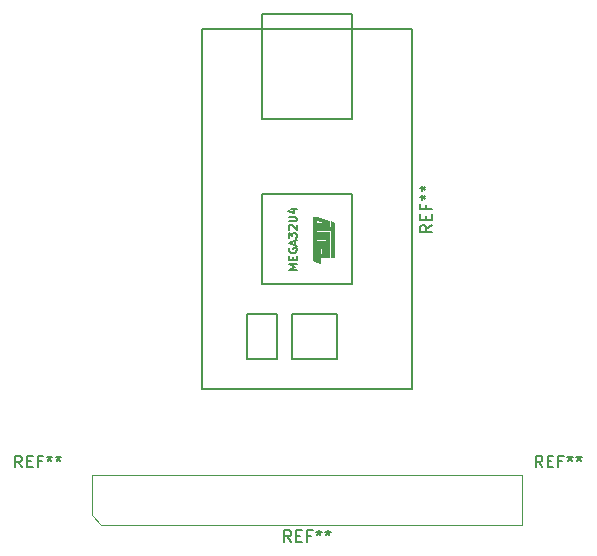
<source format=gbr>
%TF.GenerationSoftware,KiCad,Pcbnew,7.0.8*%
%TF.CreationDate,2023-11-08T21:29:47-08:00*%
%TF.ProjectId,ff,66662e6b-6963-4616-945f-706362585858,rev?*%
%TF.SameCoordinates,Original*%
%TF.FileFunction,Legend,Top*%
%TF.FilePolarity,Positive*%
%FSLAX46Y46*%
G04 Gerber Fmt 4.6, Leading zero omitted, Abs format (unit mm)*
G04 Created by KiCad (PCBNEW 7.0.8) date 2023-11-08 21:29:47*
%MOMM*%
%LPD*%
G01*
G04 APERTURE LIST*
%ADD10C,0.150000*%
%ADD11C,0.120000*%
%ADD12C,0.100000*%
G04 APERTURE END LIST*
D10*
X127866666Y-94534819D02*
X127533333Y-94058628D01*
X127295238Y-94534819D02*
X127295238Y-93534819D01*
X127295238Y-93534819D02*
X127676190Y-93534819D01*
X127676190Y-93534819D02*
X127771428Y-93582438D01*
X127771428Y-93582438D02*
X127819047Y-93630057D01*
X127819047Y-93630057D02*
X127866666Y-93725295D01*
X127866666Y-93725295D02*
X127866666Y-93868152D01*
X127866666Y-93868152D02*
X127819047Y-93963390D01*
X127819047Y-93963390D02*
X127771428Y-94011009D01*
X127771428Y-94011009D02*
X127676190Y-94058628D01*
X127676190Y-94058628D02*
X127295238Y-94058628D01*
X128295238Y-94011009D02*
X128628571Y-94011009D01*
X128771428Y-94534819D02*
X128295238Y-94534819D01*
X128295238Y-94534819D02*
X128295238Y-93534819D01*
X128295238Y-93534819D02*
X128771428Y-93534819D01*
X129533333Y-94011009D02*
X129200000Y-94011009D01*
X129200000Y-94534819D02*
X129200000Y-93534819D01*
X129200000Y-93534819D02*
X129676190Y-93534819D01*
X130200000Y-93534819D02*
X130200000Y-93772914D01*
X129961905Y-93677676D02*
X130200000Y-93772914D01*
X130200000Y-93772914D02*
X130438095Y-93677676D01*
X130057143Y-93963390D02*
X130200000Y-93772914D01*
X130200000Y-93772914D02*
X130342857Y-93963390D01*
X130961905Y-93534819D02*
X130961905Y-93772914D01*
X130723810Y-93677676D02*
X130961905Y-93772914D01*
X130961905Y-93772914D02*
X131200000Y-93677676D01*
X130819048Y-93963390D02*
X130961905Y-93772914D01*
X130961905Y-93772914D02*
X131104762Y-93963390D01*
X150666666Y-100834819D02*
X150333333Y-100358628D01*
X150095238Y-100834819D02*
X150095238Y-99834819D01*
X150095238Y-99834819D02*
X150476190Y-99834819D01*
X150476190Y-99834819D02*
X150571428Y-99882438D01*
X150571428Y-99882438D02*
X150619047Y-99930057D01*
X150619047Y-99930057D02*
X150666666Y-100025295D01*
X150666666Y-100025295D02*
X150666666Y-100168152D01*
X150666666Y-100168152D02*
X150619047Y-100263390D01*
X150619047Y-100263390D02*
X150571428Y-100311009D01*
X150571428Y-100311009D02*
X150476190Y-100358628D01*
X150476190Y-100358628D02*
X150095238Y-100358628D01*
X151095238Y-100311009D02*
X151428571Y-100311009D01*
X151571428Y-100834819D02*
X151095238Y-100834819D01*
X151095238Y-100834819D02*
X151095238Y-99834819D01*
X151095238Y-99834819D02*
X151571428Y-99834819D01*
X152333333Y-100311009D02*
X152000000Y-100311009D01*
X152000000Y-100834819D02*
X152000000Y-99834819D01*
X152000000Y-99834819D02*
X152476190Y-99834819D01*
X153000000Y-99834819D02*
X153000000Y-100072914D01*
X152761905Y-99977676D02*
X153000000Y-100072914D01*
X153000000Y-100072914D02*
X153238095Y-99977676D01*
X152857143Y-100263390D02*
X153000000Y-100072914D01*
X153000000Y-100072914D02*
X153142857Y-100263390D01*
X153761905Y-99834819D02*
X153761905Y-100072914D01*
X153523810Y-99977676D02*
X153761905Y-100072914D01*
X153761905Y-100072914D02*
X154000000Y-99977676D01*
X153619048Y-100263390D02*
X153761905Y-100072914D01*
X153761905Y-100072914D02*
X153904762Y-100263390D01*
X171946666Y-94534819D02*
X171613333Y-94058628D01*
X171375238Y-94534819D02*
X171375238Y-93534819D01*
X171375238Y-93534819D02*
X171756190Y-93534819D01*
X171756190Y-93534819D02*
X171851428Y-93582438D01*
X171851428Y-93582438D02*
X171899047Y-93630057D01*
X171899047Y-93630057D02*
X171946666Y-93725295D01*
X171946666Y-93725295D02*
X171946666Y-93868152D01*
X171946666Y-93868152D02*
X171899047Y-93963390D01*
X171899047Y-93963390D02*
X171851428Y-94011009D01*
X171851428Y-94011009D02*
X171756190Y-94058628D01*
X171756190Y-94058628D02*
X171375238Y-94058628D01*
X172375238Y-94011009D02*
X172708571Y-94011009D01*
X172851428Y-94534819D02*
X172375238Y-94534819D01*
X172375238Y-94534819D02*
X172375238Y-93534819D01*
X172375238Y-93534819D02*
X172851428Y-93534819D01*
X173613333Y-94011009D02*
X173280000Y-94011009D01*
X173280000Y-94534819D02*
X173280000Y-93534819D01*
X173280000Y-93534819D02*
X173756190Y-93534819D01*
X174280000Y-93534819D02*
X174280000Y-93772914D01*
X174041905Y-93677676D02*
X174280000Y-93772914D01*
X174280000Y-93772914D02*
X174518095Y-93677676D01*
X174137143Y-93963390D02*
X174280000Y-93772914D01*
X174280000Y-93772914D02*
X174422857Y-93963390D01*
X175041905Y-93534819D02*
X175041905Y-93772914D01*
X174803810Y-93677676D02*
X175041905Y-93772914D01*
X175041905Y-93772914D02*
X175280000Y-93677676D01*
X174899048Y-93963390D02*
X175041905Y-93772914D01*
X175041905Y-93772914D02*
X175184762Y-93963390D01*
X162594819Y-74003333D02*
X162118628Y-74336666D01*
X162594819Y-74574761D02*
X161594819Y-74574761D01*
X161594819Y-74574761D02*
X161594819Y-74193809D01*
X161594819Y-74193809D02*
X161642438Y-74098571D01*
X161642438Y-74098571D02*
X161690057Y-74050952D01*
X161690057Y-74050952D02*
X161785295Y-74003333D01*
X161785295Y-74003333D02*
X161928152Y-74003333D01*
X161928152Y-74003333D02*
X162023390Y-74050952D01*
X162023390Y-74050952D02*
X162071009Y-74098571D01*
X162071009Y-74098571D02*
X162118628Y-74193809D01*
X162118628Y-74193809D02*
X162118628Y-74574761D01*
X162071009Y-73574761D02*
X162071009Y-73241428D01*
X162594819Y-73098571D02*
X162594819Y-73574761D01*
X162594819Y-73574761D02*
X161594819Y-73574761D01*
X161594819Y-73574761D02*
X161594819Y-73098571D01*
X162071009Y-72336666D02*
X162071009Y-72669999D01*
X162594819Y-72669999D02*
X161594819Y-72669999D01*
X161594819Y-72669999D02*
X161594819Y-72193809D01*
X161594819Y-71669999D02*
X161832914Y-71669999D01*
X161737676Y-71908094D02*
X161832914Y-71669999D01*
X161832914Y-71669999D02*
X161737676Y-71431904D01*
X162023390Y-71812856D02*
X161832914Y-71669999D01*
X161832914Y-71669999D02*
X162023390Y-71527142D01*
X161594819Y-70908094D02*
X161832914Y-70908094D01*
X161737676Y-71146189D02*
X161832914Y-70908094D01*
X161832914Y-70908094D02*
X161737676Y-70669999D01*
X162023390Y-71050951D02*
X161832914Y-70908094D01*
X161832914Y-70908094D02*
X162023390Y-70765237D01*
X151153033Y-77776666D02*
X150453033Y-77776666D01*
X150453033Y-77776666D02*
X150953033Y-77543333D01*
X150953033Y-77543333D02*
X150453033Y-77309999D01*
X150453033Y-77309999D02*
X151153033Y-77309999D01*
X150786366Y-76976666D02*
X150786366Y-76743333D01*
X151153033Y-76643333D02*
X151153033Y-76976666D01*
X151153033Y-76976666D02*
X150453033Y-76976666D01*
X150453033Y-76976666D02*
X150453033Y-76643333D01*
X150486366Y-75976666D02*
X150453033Y-76043333D01*
X150453033Y-76043333D02*
X150453033Y-76143333D01*
X150453033Y-76143333D02*
X150486366Y-76243333D01*
X150486366Y-76243333D02*
X150553033Y-76310000D01*
X150553033Y-76310000D02*
X150619700Y-76343333D01*
X150619700Y-76343333D02*
X150753033Y-76376666D01*
X150753033Y-76376666D02*
X150853033Y-76376666D01*
X150853033Y-76376666D02*
X150986366Y-76343333D01*
X150986366Y-76343333D02*
X151053033Y-76310000D01*
X151053033Y-76310000D02*
X151119700Y-76243333D01*
X151119700Y-76243333D02*
X151153033Y-76143333D01*
X151153033Y-76143333D02*
X151153033Y-76076666D01*
X151153033Y-76076666D02*
X151119700Y-75976666D01*
X151119700Y-75976666D02*
X151086366Y-75943333D01*
X151086366Y-75943333D02*
X150853033Y-75943333D01*
X150853033Y-75943333D02*
X150853033Y-76076666D01*
X150953033Y-75676666D02*
X150953033Y-75343333D01*
X151153033Y-75743333D02*
X150453033Y-75510000D01*
X150453033Y-75510000D02*
X151153033Y-75276666D01*
X150453033Y-75110000D02*
X150453033Y-74676666D01*
X150453033Y-74676666D02*
X150719700Y-74910000D01*
X150719700Y-74910000D02*
X150719700Y-74810000D01*
X150719700Y-74810000D02*
X150753033Y-74743333D01*
X150753033Y-74743333D02*
X150786366Y-74710000D01*
X150786366Y-74710000D02*
X150853033Y-74676666D01*
X150853033Y-74676666D02*
X151019700Y-74676666D01*
X151019700Y-74676666D02*
X151086366Y-74710000D01*
X151086366Y-74710000D02*
X151119700Y-74743333D01*
X151119700Y-74743333D02*
X151153033Y-74810000D01*
X151153033Y-74810000D02*
X151153033Y-75010000D01*
X151153033Y-75010000D02*
X151119700Y-75076666D01*
X151119700Y-75076666D02*
X151086366Y-75110000D01*
X150519700Y-74409999D02*
X150486366Y-74376666D01*
X150486366Y-74376666D02*
X150453033Y-74309999D01*
X150453033Y-74309999D02*
X150453033Y-74143333D01*
X150453033Y-74143333D02*
X150486366Y-74076666D01*
X150486366Y-74076666D02*
X150519700Y-74043333D01*
X150519700Y-74043333D02*
X150586366Y-74009999D01*
X150586366Y-74009999D02*
X150653033Y-74009999D01*
X150653033Y-74009999D02*
X150753033Y-74043333D01*
X150753033Y-74043333D02*
X151153033Y-74443333D01*
X151153033Y-74443333D02*
X151153033Y-74009999D01*
X150453033Y-73709999D02*
X151019700Y-73709999D01*
X151019700Y-73709999D02*
X151086366Y-73676666D01*
X151086366Y-73676666D02*
X151119700Y-73643332D01*
X151119700Y-73643332D02*
X151153033Y-73576666D01*
X151153033Y-73576666D02*
X151153033Y-73443332D01*
X151153033Y-73443332D02*
X151119700Y-73376666D01*
X151119700Y-73376666D02*
X151086366Y-73343332D01*
X151086366Y-73343332D02*
X151019700Y-73309999D01*
X151019700Y-73309999D02*
X150453033Y-73309999D01*
X150686366Y-72676666D02*
X151153033Y-72676666D01*
X150419700Y-72843333D02*
X150919700Y-73009999D01*
X150919700Y-73009999D02*
X150919700Y-72576666D01*
D11*
%TO.C,REF\u002A\u002A*%
X133770000Y-95180000D02*
X170230000Y-95180000D01*
X133770000Y-98580000D02*
X133770000Y-95180000D01*
X134570000Y-99380000D02*
X133770000Y-98580000D01*
X170230000Y-95180000D02*
X170230000Y-99380000D01*
X170230000Y-99380000D02*
X134570000Y-99380000D01*
D10*
X155790000Y-56160000D02*
X155790000Y-65050000D01*
X148170000Y-56160000D02*
X155790000Y-56160000D01*
X160870000Y-57430000D02*
X160870000Y-87910000D01*
X143090000Y-57430000D02*
X160870000Y-57430000D01*
X155790000Y-65050000D02*
X148170000Y-65050000D01*
X148170000Y-65050000D02*
X148170000Y-56160000D01*
X155790000Y-71400000D02*
X148170000Y-71400000D01*
X148170000Y-71400000D02*
X148170000Y-79020000D01*
X155790000Y-79020000D02*
X155790000Y-71400000D01*
X148170000Y-79020000D02*
X155790000Y-79020000D01*
X154520000Y-81560000D02*
X151980000Y-81560000D01*
X151980000Y-81560000D02*
X150710000Y-81560000D01*
X150710000Y-81560000D02*
X150710000Y-85370000D01*
X149440000Y-81560000D02*
X146900000Y-81560000D01*
X146900000Y-81560000D02*
X146900000Y-85370000D01*
X154520000Y-85370000D02*
X154520000Y-81560000D01*
X150710000Y-85370000D02*
X154520000Y-85370000D01*
X149440000Y-85370000D02*
X149440000Y-81560000D01*
X146900000Y-85370000D02*
X149440000Y-85370000D01*
X160870000Y-87910000D02*
X143090000Y-87910000D01*
X143090000Y-87910000D02*
X143090000Y-57430000D01*
D12*
X152742000Y-77115000D02*
X152488000Y-76988000D01*
X152488000Y-73305000D01*
X152742000Y-73305000D01*
X152742000Y-77115000D01*
G36*
X152742000Y-77115000D02*
G01*
X152488000Y-76988000D01*
X152488000Y-73305000D01*
X152742000Y-73305000D01*
X152742000Y-77115000D01*
G37*
X153885000Y-76734000D02*
X153123000Y-76734000D01*
X153123000Y-77242000D01*
X152869000Y-77115000D01*
X152869000Y-76480000D01*
X153885000Y-76480000D01*
X153885000Y-76734000D01*
G36*
X153885000Y-76734000D02*
G01*
X153123000Y-76734000D01*
X153123000Y-77242000D01*
X152869000Y-77115000D01*
X152869000Y-76480000D01*
X153885000Y-76480000D01*
X153885000Y-76734000D01*
G37*
X153885000Y-73686000D02*
X153885000Y-74067000D01*
X152869000Y-74067000D01*
X152869000Y-73813000D01*
X153631000Y-73813000D01*
X152869000Y-73559000D01*
X152869000Y-73305000D01*
X153885000Y-73686000D01*
G36*
X153885000Y-73686000D02*
G01*
X153885000Y-74067000D01*
X152869000Y-74067000D01*
X152869000Y-73813000D01*
X153631000Y-73813000D01*
X152869000Y-73559000D01*
X152869000Y-73305000D01*
X153885000Y-73686000D01*
G37*
X154266000Y-73813000D02*
X154266000Y-76734000D01*
X154012000Y-76734000D01*
X154012000Y-74448000D01*
X152869000Y-74448000D01*
X152869000Y-74194000D01*
X154012000Y-74194000D01*
X154012000Y-73686000D01*
X154266000Y-73813000D01*
G36*
X154266000Y-73813000D02*
G01*
X154266000Y-76734000D01*
X154012000Y-76734000D01*
X154012000Y-74448000D01*
X152869000Y-74448000D01*
X152869000Y-74194000D01*
X154012000Y-74194000D01*
X154012000Y-73686000D01*
X154266000Y-73813000D01*
G37*
X153885000Y-75591000D02*
X152869000Y-75591000D01*
X152869000Y-75337000D01*
X153631000Y-75337000D01*
X153631000Y-75210000D01*
X152869000Y-75210000D01*
X152869000Y-74956000D01*
X153631000Y-74956000D01*
X153631000Y-74829000D01*
X152869000Y-74829000D01*
X152869000Y-74575000D01*
X153885000Y-74575000D01*
X153885000Y-75591000D01*
G36*
X153885000Y-75591000D02*
G01*
X152869000Y-75591000D01*
X152869000Y-75337000D01*
X153631000Y-75337000D01*
X153631000Y-75210000D01*
X152869000Y-75210000D01*
X152869000Y-74956000D01*
X153631000Y-74956000D01*
X153631000Y-74829000D01*
X152869000Y-74829000D01*
X152869000Y-74575000D01*
X153885000Y-74575000D01*
X153885000Y-75591000D01*
G37*
X153885000Y-76353000D02*
X153631000Y-76353000D01*
X153631000Y-75972000D01*
X153504000Y-75972000D01*
X153504000Y-76353000D01*
X153250000Y-76353000D01*
X153250000Y-75972000D01*
X153123000Y-75972000D01*
X153123000Y-76353000D01*
X152869000Y-76353000D01*
X152869000Y-75718000D01*
X153885000Y-75718000D01*
X153885000Y-76353000D01*
G36*
X153885000Y-76353000D02*
G01*
X153631000Y-76353000D01*
X153631000Y-75972000D01*
X153504000Y-75972000D01*
X153504000Y-76353000D01*
X153250000Y-76353000D01*
X153250000Y-75972000D01*
X153123000Y-75972000D01*
X153123000Y-76353000D01*
X152869000Y-76353000D01*
X152869000Y-75718000D01*
X153885000Y-75718000D01*
X153885000Y-76353000D01*
G37*
%TD*%
M02*

</source>
